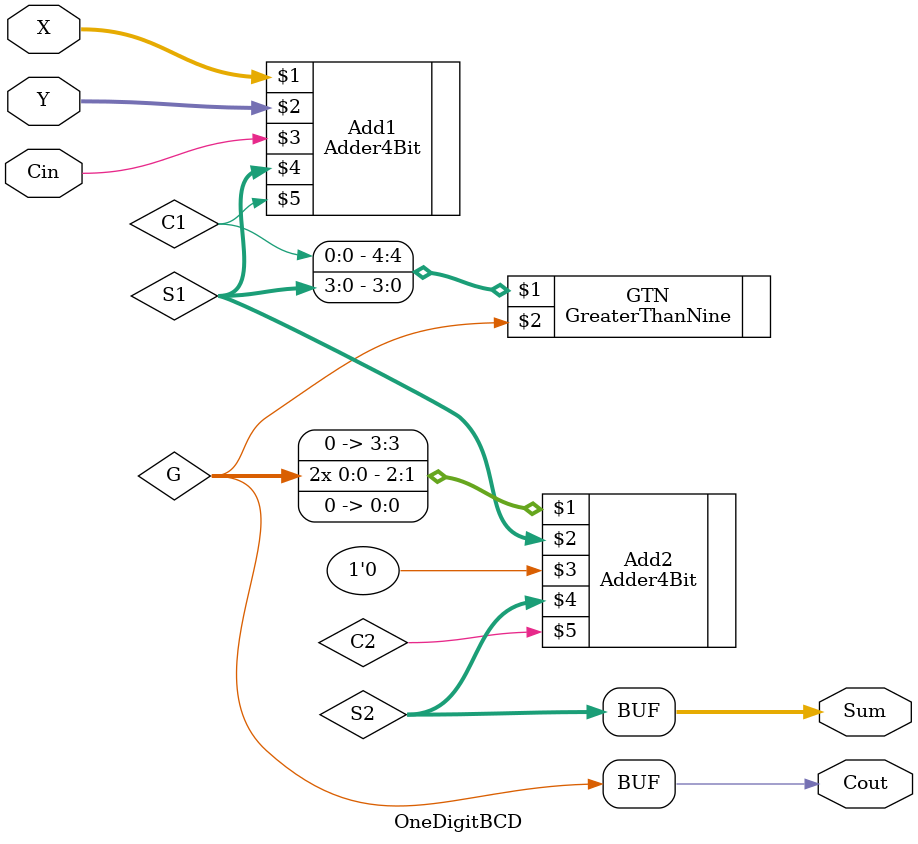
<source format=v>
module OneDigitBCD(X, Y, Cin, Sum, Cout);

input [3:0] X;
input [3:0] Y;
input Cin;

output [3:0] Sum;

output Cout;

wire [3:0] X;
wire [3:0] Y; //from input to first adder
wire Cin; //from input to first adder
wire [3:0] S1;
wire C1; //'Sum' and 'Cout' from first adder
wire G; //output wire of GTN curcuit
wire [3:0] S2; //final sum from second adder
wire C2; //Cout from second adder, leads nowhere

Adder4Bit Add1(X, Y, Cin, S1, C1);
GreaterThanNine GTN({C1, S1}, G);
Adder4Bit Add2({1'b0, G, G, 1'b0}, S1, 1'b0, S2, C2);

assign #10 Sum = {G, S2};

assign #10 Cout = G;

endmodule
</source>
